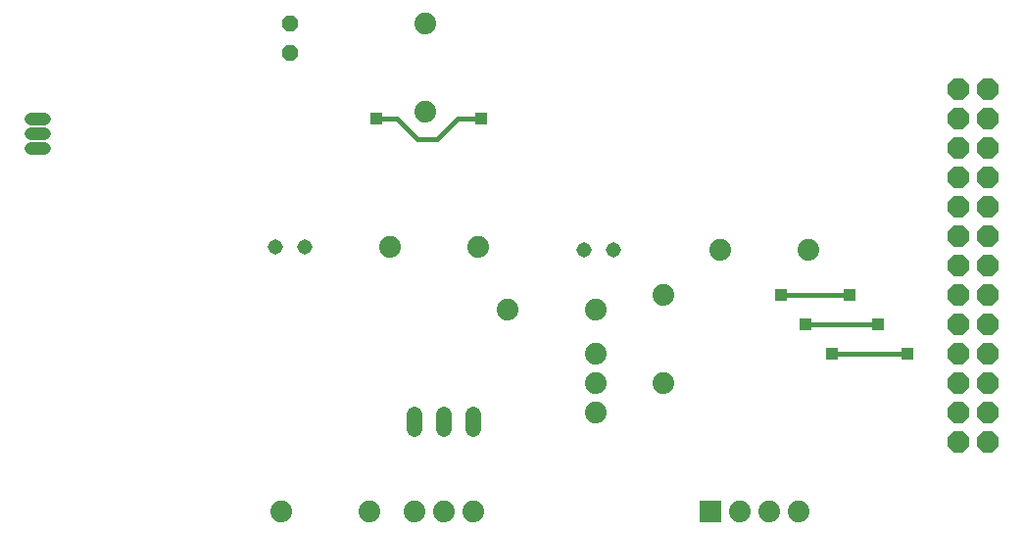
<source format=gbl>
G75*
%MOIN*%
%OFA0B0*%
%FSLAX24Y24*%
%IPPOS*%
%LPD*%
%AMOC8*
5,1,8,0,0,1.08239X$1,22.5*
%
%ADD10R,0.0740X0.0740*%
%ADD11C,0.0740*%
%ADD12C,0.0520*%
%ADD13OC8,0.0520*%
%ADD14C,0.0436*%
%ADD15C,0.0515*%
%ADD16OC8,0.0740*%
%ADD17R,0.0396X0.0396*%
%ADD18C,0.0160*%
D10*
X026030Y003780D03*
D11*
X011430Y003780D03*
X014430Y003780D03*
X015980Y003780D03*
X016980Y003780D03*
X017980Y003780D03*
X022130Y007130D03*
X022130Y008130D03*
X022130Y009130D03*
X024430Y008130D03*
X022130Y010630D03*
X024430Y011130D03*
X026380Y012680D03*
X029380Y012680D03*
X019130Y010630D03*
X018130Y012780D03*
X015130Y012780D03*
X016330Y017380D03*
X016330Y020380D03*
X027030Y003780D03*
X028030Y003780D03*
X029030Y003780D03*
D12*
X017980Y006570D02*
X017980Y007090D01*
X016980Y007090D02*
X016980Y006570D01*
X015980Y006570D02*
X015980Y007090D01*
D13*
X011730Y019380D03*
X011730Y020380D03*
D14*
X003348Y017130D02*
X002912Y017130D01*
X002912Y016630D02*
X003348Y016630D01*
X003348Y016130D02*
X002912Y016130D01*
D15*
X011230Y012780D03*
X012230Y012780D03*
X021730Y012680D03*
X022730Y012680D03*
D16*
X034480Y013130D03*
X035480Y013130D03*
X035480Y012130D03*
X034480Y012130D03*
X034480Y011130D03*
X035480Y011130D03*
X035480Y010130D03*
X034480Y010130D03*
X034480Y009130D03*
X035480Y009130D03*
X035480Y008130D03*
X034480Y008130D03*
X034480Y007130D03*
X035480Y007130D03*
X035480Y006130D03*
X034480Y006130D03*
X034480Y014130D03*
X035480Y014130D03*
X035480Y015130D03*
X034480Y015130D03*
X034480Y016130D03*
X035480Y016130D03*
X035480Y017130D03*
X034480Y017130D03*
X034480Y018130D03*
X035480Y018130D03*
D17*
X030780Y011130D03*
X031730Y010130D03*
X032730Y009130D03*
X030180Y009130D03*
X029280Y010130D03*
X028430Y011130D03*
X018230Y017130D03*
X014680Y017130D03*
D18*
X015380Y017130D01*
X016080Y016430D01*
X016730Y016430D01*
X017430Y017130D01*
X018230Y017130D01*
X028430Y011130D02*
X030780Y011130D01*
X031730Y010130D02*
X029280Y010130D01*
X030180Y009130D02*
X032730Y009130D01*
M02*

</source>
